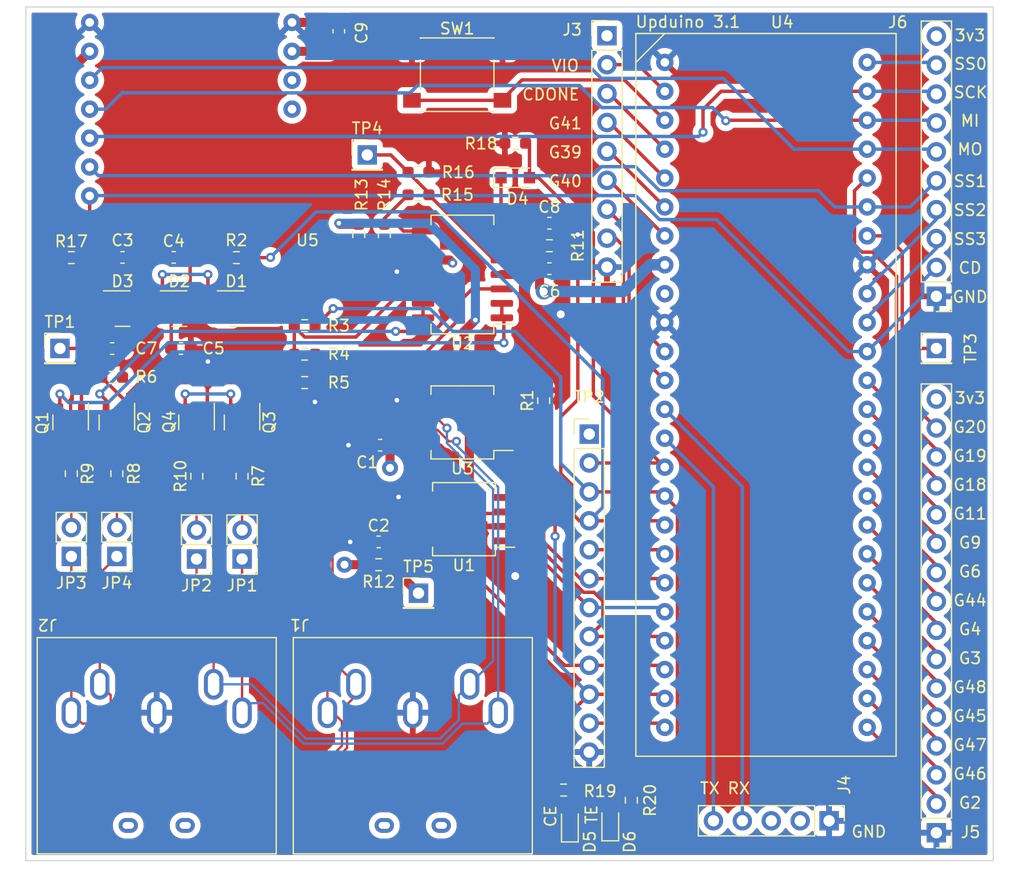
<source format=kicad_pcb>
(kicad_pcb (version 20211014) (generator pcbnew)
  (layers (0 "F.Cu" signal) (1 "In1.Cu" power "Pwr.Cu") (2 "In2.Cu" power "GND.Cu") (31 "B.Cu" signal) (34 "B.Paste" user) (35 "F.Paste" user) (36 "B.SilkS" user "B.Silkscreen") (37 "F.SilkS" user "F.Silkscreen") (38 "B.Mask" user) (39 "F.Mask" user) (44 "Edge.Cuts" user))
  (net 0 "")
  (net 1 "+3.3V")
  (net 2 "GND")
  (net 3 "/VDD_TX")
  (net 4 "Net-(C3-Pad1)")
  (net 5 "Net-(C3-Pad2)")
  (net 6 "Net-(C4-Pad2)")
  (net 7 "Net-(C5-Pad1)")
  (net 8 "+5V")
  (net 9 "/TERM_EN_9V")
  (net 10 "Net-(C8-Pad1)")
  (net 12 "/TERM_EN")
  (net 13 "/DATA+")
  (net 14 "/CLK-")
  (net 15 "/DATA-")
  (net 16 "/CLK+")
  (net 17 "Net-(J3-Pad2)")
  (net 18 "Net-(J3-Pad3)")
  (net 19 "Net-(J3-Pad4)")
  (net 20 "Net-(J3-Pad5)")
  (net 21 "Net-(J3-Pad6)")
  (net 22 "Net-(J3-Pad7)")
  (net 23 "Net-(J3-Pad8)")
  (net 26 "Net-(J4-Pad4)")
  (net 27 "Net-(J4-Pad5)")
  (net 28 "Net-(J5-Pad2)")
  (net 29 "Net-(J5-Pad3)")
  (net 30 "Net-(J5-Pad4)")
  (net 31 "Net-(J5-Pad5)")
  (net 32 "Net-(J5-Pad6)")
  (net 33 "Net-(J5-Pad7)")
  (net 34 "Net-(J5-Pad8)")
  (net 35 "Net-(J5-Pad9)")
  (net 36 "Net-(J5-Pad10)")
  (net 37 "Net-(J5-Pad11)")
  (net 38 "Net-(J5-Pad12)")
  (net 39 "Net-(J5-Pad13)")
  (net 40 "Net-(J5-Pad14)")
  (net 41 "/GPIO_20")
  (net 42 "/SD_CD")
  (net 43 "/SS3")
  (net 44 "/SS2")
  (net 45 "/SD_SS")
  (net 46 "/MOSI")
  (net 47 "/MISO")
  (net 48 "/SCK")
  (net 49 "/FLASH_SS")
  (net 50 "/TERM_CLK-")
  (net 51 "/TERM_CLK+")
  (net 52 "/TERM_DATA-")
  (net 53 "/TERM_DATA+")
  (net 54 "/TERM_LO")
  (net 55 "Net-(Q1-Pad3)")
  (net 56 "/TERM_HI")
  (net 57 "Net-(Q2-Pad3)")
  (net 58 "Net-(Q3-Pad2)")
  (net 59 "Net-(Q3-Pad3)")
  (net 60 "Net-(Q4-Pad3)")
  (net 61 "/ECONET_CLKEN")
  (net 62 "/COLLISION_REF_PWM")
  (net 63 "/V_1V8")
  (net 64 "/V_1V4")
  (net 65 "Net-(R13-Pad2)")
  (net 66 "/COL_LVL")
  (net 67 "/COLLISION_MON")
  (net 68 "Net-(SW1-Pad2)")
  (net 69 "/COLLISION_DETECT")
  (net 70 "Net-(TP2-Pad5)")
  (net 71 "/ECONET_CLKIO")
  (net 72 "/ECONET_RXD")
  (net 73 "/ECONET_TXD")
  (net 74 "/ECONET_TXEN")
  (net 75 "Net-(TP2-Pad11)")
  (net 76 "Net-(TP3-Pad1)")
  (net 79 "/COLLISION_DETECT_5V")
  (net 80 "Net-(D5-Pad2)")
  (net 81 "Net-(D6-Pad2)")
  (footprint "filestick-footprints:Lumberg_DIN41524_5pin" (layer "F.Cu") (at 139 126.405 180)
    (fp_text reference "J1")
    (fp_text value "DIN-5")
  )
  (footprint "Connector_PinHeader_2.54mm:PinHeader_1x12_P2.54mm_Vertical" (layer "F.Cu") (at 154.5 89.525)
    (fp_text reference "TP2")
    (fp_text value "Econet TP header")
  )
  (footprint "Resistor_SMD:R_0603_1608Metric_Pad0.98x0.95mm_HandSolder" (layer "F.Cu") (at 129.5 85)
    (fp_text reference "R5")
    (fp_text value "36k")
  )
  (footprint "Capacitor_SMD:C_0603_1608Metric_Pad1.08x0.95mm_HandSolder" (layer "F.Cu") (at 132.5 54.1375 90)
    (fp_text reference "C9")
    (fp_text value "100nF")
  )
  (footprint "Capacitor_SMD:C_0603_1608Metric_Pad1.08x0.95mm_HandSolder" (layer "F.Cu") (at 151 71)
    (fp_text reference "C8")
    (fp_text value "100nF")
  )
  (footprint "Diode_SMD:D_SOD-323_HandSoldering" (layer "F.Cu") (at 148 67)
    (fp_text reference "D4")
    (fp_text value "D_Zener 3.3v")
  )
  (footprint "Connector_PinHeader_2.54mm:PinHeader_1x01_P2.54mm_Vertical" (layer "F.Cu") (at 185 82)
    (fp_text reference "TP3")
    (fp_text value "Conn_01x01_Female")
  )
  (footprint "Connector_PinHeader_2.54mm:PinHeader_1x02_P2.54mm_Vertical" (layer "F.Cu") (at 124 100.5 180)
    (fp_text reference "JP1")
    (fp_text value "J Clk -")
  )
  (footprint "Capacitor_SMD:C_0603_1608Metric_Pad1.08x0.95mm_HandSolder" (layer "F.Cu") (at 151 74.99)
    (fp_text reference "C6")
    (fp_text value "100nF")
  )
  (footprint "Resistor_SMD:R_0603_1608Metric_Pad0.98x0.95mm_HandSolder" (layer "F.Cu") (at 150.5 86.5875 90)
    (fp_text reference "R1")
    (fp_text value "1k")
  )
  (footprint "Capacitor_SMD:C_0603_1608Metric_Pad1.08x0.95mm_HandSolder" (layer "F.Cu") (at 112.5875 82.01)
    (fp_text reference "C7")
    (fp_text value "100nF")
  )
  (footprint "Resistor_SMD:R_0603_1608Metric_Pad0.98x0.95mm_HandSolder" (layer "F.Cu") (at 136 101)
    (fp_text reference "R12")
    (fp_text value "1R0")
  )
  (footprint "Resistor_SMD:R_0603_1608Metric_Pad0.98x0.95mm_HandSolder" (layer "F.Cu") (at 136.5 72 90)
    (fp_text reference "R14")
    (fp_text value "36k")
  )
  (footprint "Capacitor_SMD:C_0603_1608Metric_Pad1.08x0.95mm_HandSolder" (layer "F.Cu") (at 136 99)
    (fp_text reference "C2")
    (fp_text value "100nF")
  )
  (footprint "Resistor_SMD:R_0603_1608Metric_Pad0.98x0.95mm_HandSolder" (layer "F.Cu") (at 152.25 120.8)
    (fp_text reference "R19")
    (fp_text value "560")
  )
  (footprint "Resistor_SMD:R_0603_1608Metric_Pad0.98x0.95mm_HandSolder" (layer "F.Cu") (at 109 93 -90)
    (fp_text reference "R9")
    (fp_text value "56")
  )
  (footprint "Resistor_SMD:R_0603_1608Metric_Pad0.98x0.95mm_HandSolder" (layer "F.Cu") (at 139.5 68.5)
    (fp_text reference "R15")
    (fp_text value "1k")
  )
  (footprint "Package_SO:SO-14_5.3x10.2mm_P1.27mm" (layer "F.Cu") (at 143.36 75.5 180)
    (fp_text reference "U2")
    (fp_text value "LMV324")
  )
  (footprint "filestick-footprints:Lumberg_DIN41524_5pin" (layer "F.Cu") (at 116.5 126.405 180)
    (fp_text reference "J2")
    (fp_text value "DIN-5")
  )
  (footprint "Package_TO_SOT_SMD:SOT-23" (layer "F.Cu") (at 123.5 78.5)
    (fp_text reference "D1")
    (fp_text value "BAT54S")
  )
  (footprint "Package_TO_SOT_SMD:SOT-23" (layer "F.Cu") (at 113 88.5 -90)
    (fp_text reference "Q2")
    (fp_text value "2N7002")
  )
  (footprint "Button_Switch_SMD:SW_Push_1P1T_NO_6x6mm_H9.5mm" (layer "F.Cu") (at 142.9 57.95)
    (fp_text reference "SW1")
    (fp_text value "SW_Push")
  )
  (footprint "filestick-footprints:pololu_sd_card" (layer "F.Cu") (at 120.516 52.0875)
    (fp_text reference "U5")
    (fp_text value "pololu_sd_breakout")
  )
  (footprint "Capacitor_SMD:C_0603_1608Metric_Pad1.08x0.95mm_HandSolder" (layer "F.Cu") (at 118.6375 82)
    (fp_text reference "C5")
    (fp_text value "100nF")
  )
  (footprint "Connector_PinHeader_2.54mm:PinHeader_1x09_P2.54mm_Vertical" (layer "F.Cu") (at 156.06 54.53)
    (fp_text reference "J3")
    (fp_text value "GPIO header 1")
  )
  (footprint "Connector_PinHeader_2.54mm:PinHeader_1x02_P2.54mm_Vertical" (layer "F.Cu") (at 109 100.275 180)
    (fp_text reference "JP3")
    (fp_text value "J Data -")
  )
  (footprint "Package_TO_SOT_SMD:SOT-23" (layer "F.Cu") (at 120 88.5 -90)
    (fp_text reference "Q4")
    (fp_text value "2N7002")
  )
  (footprint "Resistor_SMD:R_0603_1608Metric_Pad0.98x0.95mm_HandSolder" (layer "F.Cu") (at 148 63.9775 180)
    (fp_text reference "R18")
    (fp_text value "1k")
  )
  (footprint "Resistor_SMD:R_0603_1608Metric_Pad0.98x0.95mm_HandSolder" (layer "F.Cu") (at 113 93 -90)
    (fp_text reference "R8")
    (fp_text value "56")
  )
  (footprint "Resistor_SMD:R_0603_1608Metric_Pad0.98x0.95mm_HandSolder" (layer "F.Cu") (at 158.2 121.7 -90)
    (fp_text reference "R20")
    (fp_text value "560")
  )
  (footprint "Capacitor_SMD:C_0603_1608Metric_Pad1.08x0.95mm_HandSolder" (layer "F.Cu") (at 118 74)
    (fp_text reference "C4")
    (fp_text value "100nF")
  )
  (footprint "Connector_PinHeader_2.54mm:PinHeader_1x16_P2.54mm_Vertical" (layer "F.Cu") (at 185 124.55 180)
    (fp_text reference "J5")
    (fp_text value "GPIO header 2")
  )
  (footprint "Resistor_SMD:R_0603_1608Metric_Pad0.98x0.95mm_HandSolder" (layer "F.Cu") (at 120.0225 93.225 90)
    (fp_text reference "R10")
    (fp_text value "56")
  )
  (footprint "Connector_PinHeader_2.54mm:PinHeader_1x02_P2.54mm_Vertical" (layer "F.Cu") (at 113 100.275 180)
    (fp_text reference "JP4")
    (fp_text value "J Data +")
  )
  (footprint "filestick-footprints:DIP48_0.7in" (layer "F.Cu") (at 171.3 54.33)
    (fp_text reference "U4")
    (fp_text value "Upduino 3.1")
  )
  (footprint "Package_TO_SOT_SMD:SOT-23" (layer "F.Cu") (at 108.9375 88.5 -90)
    (fp_text reference "Q1")
    (fp_text value "2N7002")
  )
  (footprint "Resistor_SMD:R_0603_1608Metric_Pad0.98x0.95mm_HandSolder" (layer "F.Cu") (at 124 93.225 -90)
    (fp_text reference "R7")
    (fp_text value "56")
  )
  (footprint "Connector_PinHeader_2.54mm:PinHeader_1x02_P2.54mm_Vertical" (layer "F.Cu") (at 120 100.5 180)
    (fp_text reference "JP2")
    (fp_text value "J Clk +")
  )
  (footprint "Connector_PinHeader_2.54mm:PinHeader_1x10_P2.54mm_Vertical" (layer "F.Cu") (at 185 77.425 180)
    (fp_text reference "J6")
    (fp_text value "SPI header")
  )
  (footprint "Connector_PinHeader_2.54mm:PinHeader_1x01_P2.54mm_Vertical" (layer "F.Cu") (at 135 65)
    (fp_text reference "TP4")
    (fp_text value "Collision Mon TP")
  )
  (footprint "Package_SO:SO-8_5.3x6.2mm_P1.27mm" (layer "F.Cu") (at 143.5 97 180)
    (fp_text reference "U1")
    (fp_text value "SN65HVD75")
  )
  (footprint "Connector_PinHeader_2.54mm:PinHeader_1x01_P2.54mm_Vertical" (layer "F.Cu") (at 139.5 103.5)
    (fp_text reference "TP5")
    (fp_text value "VDD TX TP")
  )
  (footprint "LED_SMD:LED_0603_1608Metric_Pad1.05x0.95mm_HandSolder" (layer "F.Cu") (at 152.8 123.7 90)
    (fp_text reference "D5")
    (fp_text value "LED")
  )
  (footprint "Resistor_SMD:R_0603_1608Metric_Pad0.98x0.95mm_HandSolder" (layer "F.Cu") (at 109 74.0225)
    (fp_text reference "R17")
    (fp_text value "1k")
  )
  (footprint "Package_SO:SO-8_5.3x6.2mm_P1.27mm" (layer "F.Cu") (at 143.36 88.5 180)
    (fp_text reference "U3")
    (fp_text value "SN65HVD75")
  )
  (footprint "Resistor_SMD:R_0603_1608Metric_Pad0.98x0.95mm_HandSolder" (layer "F.Cu") (at 139.5 66.5225)
    (fp_text reference "R16")
    (fp_text value "1k")
  )
  (footprint "Resistor_SMD:R_0603_1608Metric_Pad0.98x0.95mm_HandSolder" (layer "F.Cu") (at 129.5 82.5)
    (fp_text reference "R4")
    (fp_text value "10k")
  )
  (footprint "Resistor_SMD:R_0603_1608Metric_Pad0.98x0.95mm_HandSolder" (layer "F.Cu") (at 129.5 80 180)
    (fp_text reference "R3")
    (fp_text value "36k")
  )
  (footprint "Resistor_SMD:R_0603_1608Metric_Pad0.98x0.95mm_HandSolder" (layer "F.Cu") (at 134.2525 72 -90)
    (fp_text reference "R13")
    (fp_text value "1k")
  )
  (footprint "Package_TO_SOT_SMD:SOT-23" (layer "F.Cu") (at 124 88.5 -90)
    (fp_text reference "Q3")
    (fp_text value "2N7002")
  )
  (footprint "Capacitor_SMD:C_0603_1608Metric_Pad1.08x0.95mm_HandSolder" (layer "F.Cu") (at 113.5 74 180)
    (fp_text reference "C3")
    (fp_text value "100nF")
  )
  (footprint "Resistor_SMD:R_0603_1608Metric_Pad0.98x0.95mm_HandSolder" (layer "F.Cu") (at 151 72.9775 180)
    (fp_text reference "R11")
    (fp_text value "1k")
  )
  (footprint "LED_SMD:LED_0603_1608Metric_Pad1.05x0.95mm_HandSolder" (layer "F.Cu") (at 156.35 123.6 90)
    (fp_text reference "D6")
    (fp_text value "LED")
  )
  (footprint "Connector_PinHeader_2.54mm:PinHeader_1x05_P2.54mm_Vertical" (layer "F.Cu") (at 175.575 123.5 -90)
    (fp_text reference "J4")
    (fp_text value "UART header")
  )
  (footprint "Capacitor_SMD:C_0603_1608Metric_Pad1.08x0.95mm_HandSolder" (layer "F.Cu") (at 136.1375 90.5 180)
    (fp_text reference "C1")
    (fp_text value "100nF")
  )
  (footprint "Package_TO_SOT_SMD:SOT-23" (layer "F.Cu") (at 113.5 78.5)
    (fp_text reference "D3")
    (fp_text value "BAT54S")
  )
  (footprint "Resistor_SMD:R_0603_1608Metric_Pad0.98x0.95mm_HandSolder" (layer "F.Cu") (at 112.5875 84.545)
    (fp_text reference "R6")
    (fp_text value "470k")
  )
  (footprint "Resistor_SMD:R_0603_1608Metric_Pad0.98x0.95mm_HandSolder" (layer "F.Cu") (at 123.5 74.0225 180)
    (fp_text reference "R2")
    (fp_text value "5k1")
  )
  (footprint "Package_TO_SOT_SMD:SOT-23" (layer "F.Cu") (at 118.5 78.5)
    (fp_text reference "D2")
    (fp_text value "BAT54S")
  )
  (footprint "Connector_PinHeader_2.54mm:PinHeader_1x01_P2.54mm_Vertical" (layer "F.Cu") (at 108 82)
    (fp_text reference "TP1")
    (fp_text value "Term En V TP")
  )
  (gr_rect (start 190 127) (end 105 52) (layer "Edge.Cuts") (width 0.1) (fill none))
  (gr_text "CDONE" (at 151.13 59.69) (layer "F.SilkS") (effects (font (size 1 1))))
  (gr_text "RX" (at 167.64 120.65) (layer "F.SilkS") (effects (font (size 1 1))))
  (gr_text "CD" (at 187.96 74.93) (layer "F.SilkS") (effects (font (size 1 1))))
  (gr_text "G20" (at 187.96 88.9) (layer "F.SilkS") (effects (font (size 1 1))))
  (gr_text "SCK" (at 188 59.5) (layer "F.SilkS") (effects (font (size 1 1))))
  (gr_text "G39" (at 152.4 64.77) (layer "F.SilkS") (effects (font (size 1 1))))
  (gr_text "G9" (at 187.96 99.06) (layer "F.SilkS") (effects (font (size 1 1))))
  (gr_text "GND" (at 187.96 77.47) (layer "F.SilkS") (effects (font (size 1 1))))
  (gr_text "G19" (at 187.96 91.44) (layer "F.SilkS") (effects (font (size 1 1))))
  (gr_text "CE" (at 151.1 123.1 90) (layer "F.SilkS") (effects (font (size 1 1))))
  (gr_text "GND" (at 179.07 124.46) (layer "F.SilkS") (effects (font (size 1 1))))
  (gr_text "G4" (at 187.96 106.68) (layer "F.SilkS") (effects (font (size 1 1))))
  (gr_text "G11" (at 187.96 96.52) (layer "F.SilkS") (effects (font (size 1 1))))
  (gr_text "MO" (at 187.96 64.5) (layer "F.SilkS") (effects (font (size 1 1))))
  (gr_text "SS1" (at 187.96 67.31) (layer "F.SilkS") (effects (font (size 1 1))))
  (gr_text "G44" (at 187.96 104.14) (layer "F.SilkS") (effects (font (size 1 1))))
  (gr_text "G3" (at 187.96 109.22) (layer "F.SilkS") (effects (font (size 1 1))))
  (gr_text "G48" (at 187.96 111.76) (layer "F.SilkS") (effects (font (size 1 1))))
  (gr_text "SS3" (at 187.96 72.39) (layer "F.SilkS") (effects (font (size 1 1))))
  (gr_text "G45" (at 187.96 114.3) (layer "F.SilkS") (effects (font (size 1 1))))
  (gr_text "TX" (at 165.1 120.65) (layer "F.SilkS") (effects (font (size 1 1))))
  (gr_text "TE" (at 154.7 122.95 90) (layer "F.SilkS") (effects (font (size 1 1))))
  (gr_text "VIO" (at 152.4 57.15) (layer "F.SilkS") (effects (font (size 1 1))))
  (gr_text "G47" (at 187.96 116.84) (layer "F.SilkS") (effects (font (size 1 1))))
  (gr_text "G40" (at 152.4 67.31) (layer "F.SilkS") (effects (font (size 1 1))))
  (gr_text "SS0" (at 188 57) (layer "F.SilkS") (effects (font (size 1 1))))
  (gr_text "G6" (at 187.96 101.6) (layer "F.SilkS") (effects (font (size 1 1))))
  (gr_text "3v3" (at 187.96 86.36) (layer "F.SilkS") (effects (font (size 1 1))))
  (gr_text "G2" (at 187.96 121.92) (layer "F.SilkS") (effects (font (size 1 1))))
  (gr_text "G46" (at 187.96 119.38) (layer "F.SilkS") (effects (font (size 1 1))))
  (gr_text "G41" (at 152.4 62.23) (layer "F.SilkS") (effects (font (size 1 1))))
  (gr_text "G18" (at 187.96 93.98) (layer "F.SilkS") (effects (font (size 1 1))))
  (gr_text "SS2" (at 187.96 69.85) (layer "F.SilkS") (effects (font (size 1 1))))
  (gr_text "MI" (at 187.96 62) (layer "F.SilkS") (effects (font (size 1 1))))
  (gr_text "3v3" (at 187.96 54.5) (layer "F.SilkS") (effects (font (size 1 1))))
  (segment (start 137.095 90.405) (end 137 90.5) (width 0.8) (layer "F.Cu") (net 1))
  (segment (start 128.39 55.8975) (end 131.6025 55.8975) (width 0.8) (layer "F.Cu") (net 1))
  (segment (start 137 90.5) (end 137 92.5) (width 0.8) (layer "F.Cu") (net 1))
  (segment (start 139.8975 74.23) (end 142.23 74.23) (width 0.8) (layer "F.Cu") (net 1))
  (segment (start 139.86 90.405) (end 137.095 90.405) (width 0.8) (layer "F.Cu") (net 1))
  (segment (start 131.6025 55.8975) (end 132.5 55) (width 0.8) (layer "F.Cu") (net 1))
  (segment (start 133 101) (end 135.0875 101) (width 0.8) (layer "F.Cu") (net 1))
  (segment (start 142.23 74.23) (end 142.5 74.5) (width 0.8) (layer "F.Cu") (net 1))
  (segment (start 108.0875 58.42) (end 110.61 55.8975) (width 0.8) (layer "F.Cu") (net 1))
  (segment (start 108.0875 74.0225) (end 108.0875 58.42) (width 0.8) (layer "F.Cu") (net 1))
  (via (at 142.5 74.5) (size 0.8) (drill 0.4) (layers "F.Cu" "B.Cu") (net 1))
  (via (at 133 101) (size 1.4) (drill 0.7) (layers "F.Cu" "B.Cu") (net 1))
  (via (at 137 92.5) (size 1.4) (drill 0.7) (layers "F.Cu" "B.Cu") (net 1))
  (segment (start 128.39 53.3575) (end 132.4175 53.3575) (width 0.8) (layer "F.Cu") (net 2))
  (segment (start 132.4175 53.3575) (end 132.5 53.275) (width 0.8) (layer "F.Cu") (net 2))
  (via (at 133.35 90.5) (size 0.8) (drill 0.4) (layers "F.Cu" "B.Cu") (net 2))
  (via (at 137.6 75.25) (size 0.8) (drill 0.4) (layers "F.Cu" "B.Cu") (net 2))
  (via (at 148 102) (size 1.4) (drill 0.7) (layers "F.Cu" "B.Cu") (net 2))
  (via (at 137.75 95.05) (size 0.8) (drill 0.4) (layers "F.Cu" "B.Cu") (net 2))
  (via (at 152 79) (size 1.4) (drill 0.7) (layers "F.Cu" "B.Cu") (net 2))
  (via (at 137.6 86.55) (size 0.8) (drill 0.4) (layers "F.Cu" "B.Cu") (net 2))
  (via (at 133.5 99) (size 0.8) (drill 0.4) (layers "F.Cu" "B.Cu") (net 2))
  (via (at 130.4 86.7) (size 0.8) (drill 0.4) (layers "F.Cu" "B.Cu") (net 2))
  (via (at 121 83.15) (size 0.8) (drill 0.4) (layers "F.Cu" "B.Cu") (net 2))
  (via (at 153.5 72) (size 0.8) (drill 0.4) (layers "F.Cu" "B.Cu") (net 2))
  (segment (start 143.96967 89.53033) (end 143.5 89.06066) (width 0.8) (layer "F.Cu") (net 3))
  (segment (start 136.9125 101) (end 136.9125 99.05) (width 0.8) (layer "F.Cu") (net 3))
  (segment (start 136.9125 99.05) (end 136.8625 99) (width 0.8) (layer "F.Cu") (net 3))
  (segment (start 136.9575 98.905) (end 136.8625 99) (width 0.8) (layer "F.Cu") (net 3))
  (segment (start 140 98.905) (end 136.9575 98.905) (width 0.8) (layer "F.Cu") (net 3))
  (segment (start 143.5 80.5) (end 144.5 79.5) (width 0.8) (layer "F.Cu") (net 3))
  (segment (start 140 98.905) (end 140.74066 98.905) (width 0.8) (layer "F.Cu") (net 3))
  (segment (start 136.9125 101) (end 137 101) (width 0.8) (layer "F.Cu") (net 3))
  (segment (start 143.96967 95.67599) (end 143.96967 89.53033) (width 0.8) (layer "F.Cu") (net 3))
  (segment (start 137 101) (end 139.5 103.5) (width 0.8) (layer "F.Cu") (net 3))
  (segment (start 140.74066 98.905) (end 143.96967 95.67599) (width 0.8) (layer "F.Cu") (net 3))
  (segment (start 132.5875 71.0875) (end 132.5 71) (width 0.8) (layer "F.Cu") (net 3))
  (segment (start 134.2525 71.0875) (end 132.5875 71.0875) (width 0.8) (layer "F.Cu") (net 3))
  (segment (start 143.5 89.06066) (end 143.5 80.5) (width 0.8) (layer "F.Cu") (net 3))
  (via (at 144.5 79.5) (size 0.8) (drill 0.4) (layers "F.Cu" "B.Cu") (net 3))
  (via (at 132.5 71) (size 0.8) (drill 0.4) (layers "F.Cu" "B.Cu") (net 3))
  (segment (start 144.5 75.085786) (end 140.414214 71) (width 0.8) (layer "B.Cu") (net 3))
  (segment (start 144.5 79.5) (end 144.5 75.085786) (width 0.8) (layer "B.Cu") (net 3))
  (segment (start 140.414214 71) (end 132.5 71) (width 0.8) (layer "B.Cu") (net 3))
  (segment (start 114.3625 74) (end 117.1375 74) (width 0.3) (layer "F.Cu") (net 4))
  (segment (start 124.4375 78.5) (end 124.4375 75.8725) (width 0.3) (layer "F.Cu") (net 4))
  (segment (start 122.5875 74.0225) (end 122.5875 73.5875) (width 0.3) (layer "F.Cu") (net 4))
  (segment (start 121.5 72.5) (end 118.6375 72.5) (width 0.3) (layer "F.Cu") (net 4))
  (segment (start 124.4375 75.8725) (end 122.5875 74.0225) (width 0.3) (layer "F.Cu") (net 4))
  (segment (start 122.5875 73.5875) (end 121.5 72.5) (width 0.3) (layer "F.Cu") (net 4))
  (segment (start 118.6375 72.5) (end 117.1375 74) (width 0.3) (layer "F.Cu") (net 4))
  (segment (start 114.4375 78.5) (end 111.5 78.5) (width 0.3) (layer "F.Cu") (net 5))
  (segment (start 110.5 77.5) (end 110.5 76.1375) (width 0.3) (layer "F.Cu") (net 5))
  (segment (start 111.5 78.5) (end 110.5 77.5) (width 0.3) (layer "F.Cu") (net 5))
  (segment (start 110.5 76.1375) (end 112.6375 74) (width 0.3) (layer "F.Cu") (net 5))
  (segment (start 119.4375 78.5) (end 119.4375 74.575) (width 0.3) (layer "F.Cu") (net 6))
  (segment (start 119.4375 74.575) (end 118.8625 74) (width 0.3) (layer "F.Cu") (net 6))
  (segment (start 112.5625 77.55) (end 115.6625 77.55) (width 0.3) (layer "F.Cu") (net 7))
  (segment (start 117.775 79.6625) (end 117.5625 79.45) (width 0.3) (layer "F.Cu") (net 7))
  (segment (start 117.775 82) (end 117.775 79.6625) (width 0.3) (layer "F.Cu") (net 7))
  (segment (start 115.6625 77.55) (end 117.5625 79.45) (width 0.3) (layer "F.Cu") (net 7))
  (segment (start 149.6275 75.5) (end 150.1375 74.99) (width 0.8) (layer "F.Cu") (net 8))
  (segment (start 146.8225 75.5) (end 149.6275 75.5) (width 0.8) (layer "F.Cu") (net 8))
  (segment (start 150.1375 74.99) (end 150.1375 76.6375) (width 0.8) (layer "F.Cu") (net 8))
  (segment (start 150.1375 76.6375) (end 150.5 77) (width 0.8) (layer "F.Cu") (net 8))
  (via (at 150.5 77) (size 1.4) (drill 0.7) (layers "F.Cu" "B.Cu") (net 8))
  (segment (start 161.14 74.65) (end 159.85 74.65) (width 1) (layer "B.Cu") (net 8))
  (segment (start 159.85 74.65) (end 157.5 77) (width 1) (layer "B.Cu") (net 8))
  (segment (start 157.5 77) (end 150.5 77) (width 1) (layer "B.Cu") (net 8))
  (segment (start 115 85) (end 113.95 86.05) (width 0.3) (layer "F.Cu") (net 9))
  (segment (start 113.95 86.82) (end 111.675 84.545) (width 0.3) (layer "F.Cu") (net 9))
  (segment (start 113.95 87.5625) (end 113.95 86.82) (width 0.3) (layer "F.Cu") (net 9))
  (segment (start 120.95 85.45) (end 120.5 85) (width 0.3) (layer "F.Cu") (net 9))
  (segment (start 125 87.5125) (end 124.95 87.5625) (width 0.3) (layer "F.Cu") (net 9))
  (segment (start 120.95 85.55) (end 121.5 85) (width 0.3) (layer "F.Cu") (net 9))
  (segment (start 111.63 84.5) (end 111.675 84.545) (width 0.3) (layer "F.Cu") (net 9))
  (segment (start 124.5 85) (end 125 85.5) (width 0.3) (layer "F.Cu") (net 9))
  (segment (start 120.95 87.5625) (end 120.95 85.45) (width 0.3) (layer "F.Cu") (net 9))
  (segment (start 111.715 82) (end 111.725 82.01) (width 0.3) (layer "F.Cu") (net 9))
  (segment (start 109.8875 87.5625) (end 109.8875 85.1125) (width 0.3) (layer "F.Cu") (net 9))
  (segment (start 120.5 85) (end 115 85) (width 0.3) (layer "F.Cu") (net 9))
  (segment (start 113.95 86.05) (end 113.95 87.5625) (width 0.3) (layer "F.Cu") (net 9))
  (segment (start 110.5 84.5) (end 111.63 84.5) (width 0.3) (layer "F.Cu") (net 9))
  (segment (start 125 85.5) (end 125 87.5125) (width 0.3) (layer "F.Cu") (net 9))
  (segment (start 120.95 87.5625) (end 120.95 85.55) (width 0.3) (layer "F.Cu") (net 9))
  (segment (start 121.5 85) (end 124.5 85) (width 0.3) (layer "F.Cu") (net 9))
  (segment (start 111.725 84.495) (end 111.675 84.545) (width 0.3) (layer "F.Cu") (net 9))
  (segment (start 109.8875 85.1125) (end 110.5 84.5) (width 0.3) (layer "F.Cu") (net 9))
  (segment (start 108 82) (end 111.715 82) (width 0.3) (layer "F.Cu") (net 9))
  (segment (start 111.725 82.01) (end 111.725 84.495) (width 0.3) (layer "F.Cu") (net 9))
  (segment (start 111.725 80.2875) (end 112.5625 79.45) (width 0.3) (layer "F.Cu") (net 9))
  (segment (start 111.725 82.01) (end 111.725 80.2875) (width 0.3) (layer "F.Cu") (net 9))
  (segment (start 150.1375 72.9275) (end 150.0875 72.9775) (width 0.3) (layer "F.Cu") (net 10))
  (segment (start 150.07 72.96) (end 150.0875 72.9775) (width 0.3) (layer "F.Cu") (net 10))
  (segment (start 150.1375 71) (end 150.1375 72.9275) (width 0.3) (layer "F.Cu") (net 10))
  (segment (start 146.8225 72.96) (end 150.07 72.96) (width 0.3) (layer "F.Cu") (net 10))
  (segment (start 127.5 79) (end 129.4125 79) (width 0.3) (layer "F.Cu") (net 12))
  (segment (start 117 75.5) (end 117 76.9875) (width 0.3) (layer "F.Cu") (net 12))
  (segment (start 117 76.9875) (end 117.5625 77.55) (width 0.3) (layer "F.Cu") (net 12))
  (segment (start 158.2 120.7875) (end 162.252 116.7355) (width 0.3) (layer "F.Cu") (net 12))
  (segment (start 130.5 80) (end 132 78.5) (width 0.3) (layer "F.Cu") (net 12))
  (segment (start 130.4125 80) (end 130.5 80) (width 0.3) (layer "F.Cu") (net 12))
  (segment (start 121.5 79.5) (end 122.5125 79.5) (width 0.3) (layer "F.Cu") (net 12))
  (segment (start 122.5625 79.45) (end 127.05 79.45) (width 0.3) (layer "F.Cu") (net 12))
  (segment (start 122.5125 79.5) (end 122.5625 79.45) (width 0.3) (layer "F.Cu") (net 12))
  (segment (start 121 75.5) (end 121 79) (width 0.3) (layer "F.Cu") (net 12))
  (segment (start 162.252 116.7355) (end 162.252 96.082) (width 0.3) (layer "F.Cu") (net 12))
  (segment (start 162.252 96.082) (end 161.14 94.97) (width 0.3) (layer "F.Cu") (net 12))
  (segment (start 127.05 79.45) (end 127.5 79) (width 0.3) (layer "F.Cu") (net 12))
  (segment (start 121 79) (end 121.5 79.5) (width 0.3) (layer "F.Cu") (net 12))
  (segment (start 154.5 94.605) (end 160.775 94.605) (width 0.3) (layer "F.Cu") (net 12))
  (segment (start 129.4125 79) (end 130.4125 80) (width 0.3) (layer "F.Cu") (net 12))
  (segment (start 160.775 94.605) (end 161.14 94.97) (width 0.3) (layer "F.Cu") (net 12))
  (via (at 132 78.5) (size 0.8) (drill 0.4) (layers "F.Cu" "B.Cu") (net 12))
  (via (at 117 75.5) (size 0.8) (drill 0.4) (layers "F.Cu" "B.Cu") (net 12))
  (via (at 121 75.5) (size 0.8) (drill 0.4) (layers "F.Cu" "B.Cu") (net 12))
  (segment (start 142.5 80.5) (end 148 80.5) (width 0.3) (layer "B.Cu") (net 12))
  (segment (start 140.5 78.5) (end 142.5 80.5) (width 0.3) (layer "B.Cu") (net 12))
  (segment (start 152 84.5) (end 152 92.105) (width 0.3) (layer "B.Cu") (net 12))
  (segment (start 152 92.105) (end 154.5 94.605) (width 0.3) (layer "B.Cu") (net 12))
  (segment (start 148 80.5) (end 152 84.5) (width 0.3) (layer "B.Cu") (net 12))
  (segment (start 117 75.5) (end 121 75.5) (width 0.3) (layer "B.Cu") (net 12))
  (segment (start 132 78.5) (end 140.5 78.5) (width 0.3) (layer "B.Cu") (net 12))
  (segment (start 116.088198 118.275) (end 131.4068 118.275) (width 0.2) (layer "F.Cu") (net 13))
  (segment (start 111.5 111.505) (end 111.5 101.775) (width 0.2) (layer "F.Cu") (net 13))
  (segment (start 138.330011 96.669989) (end 138.635 96.365) (width 0.2) (layer "F.Cu") (net 13))
  (segment (start 112.454595 112.459595) (end 112.454595 114.641397) (width 0.2) (layer "F.Cu") (net 13))
  (segment (start 132.775 114.775) (end 132.005 114.005) (width 0.2) (layer "F.Cu") (net 13))
  (segment (start 134.011811 96.669989) (end 138.330011 96.669989) (width 0.2) (layer "F.Cu") (net 13))
  (segment (start 132.005 114.005) (end 131.5 114.005) (width 0.2) (layer "F.Cu") (net 13))
  (segment (start 131.5 114.005) (end 131.5 99.1818) (width 0.2) (layer "F.Cu") (net 13))
  (segment (start 132.775 116.9068) (end 132.775 114.775) (width 0.2) (layer "F.Cu") (net 13))
  (segment (start 111.5 111.505) (end 112.454595 112.459595) (width 0.2) (layer "F.Cu") (net 13))
  (segment (start 111.5 101.775) (end 113 100.275) (width 0.2) (layer "F.Cu") (net 13))
  (segment (start 112.454595 114.641397) (end 116.088198 118.275) (width 0.2) (layer "F.Cu") (net 13))
  (segment (start 131.5 99.1818) (end 134.011811 96.669989) (width 0.2) (layer "F.Cu") (net 13))
  (segment (start 131.4068 118.275) (end 132.775 116.9068) (width 0.2) (layer "F.Cu") (net 13))
  (segment (start 138.635 96.365) (end 140 96.365) (width 0.2) (layer "F.Cu") (net 13))
  (segment (start 142.174528 90.164478) (end 141.14505 89.135) (width 0.2) (layer "F.Cu") (net 14))
  (segment (start 124 114.005) (end 124 100.5) (width 0.2) (layer "F.Cu") (net 14))
  (segment (start 142.835522 90.164478) (end 142.174528 90.164478) (width 0.2) (layer "F.Cu") (net 14))
  (segment (start 141.14505 89.135) (end 139.86 89.135) (width 0.2) (layer "F.Cu") (net 14))
  (via (at 142.835522 90.164478) (size 0.8) (drill 0.4) (layers "F.Cu" "B.Cu") (net 14))
  (segment (start 146.5 94.1818) (end 142.6591 90.3409) (width 0.2) (layer "B.Cu") (net 14))
  (segment (start 145.545405 114.959595) (end 143.363603 114.959595) (width 0.2) (layer "B.Cu") (net 14))
  (segment (start 141.598198 116.725) (end 129.4068 116.725) (width 0.2) (layer "B.Cu") (net 14))
  (segment (start 124.8459 113.1591) (end 124 114.005) (width 0.2) (layer "B.Cu") (net 14))
  (segment (start 143.363603 114.959595) (end 141.598198 116.725) (width 0.2) (layer "B.Cu") (net 14))
  (segment (start 146.5 114.005) (end 145.545405 114.959595) (width 0.2) (layer "B.Cu") (net 14))
  (segment (start 125.8409 113.1591) (end 124.8459 113.1591) (width 0.2) (layer "B.Cu") (net 14))
  (segment (start 129.4068 116.725) (end 125.8409 113.1591) (width 0.2) (layer "B.Cu") (net 14))
  (segment (start 146.5 114.005) (end 146.5 94.1818) (width 0.2) (layer "B.Cu") (net 14))
  (segment (start 109 114.005) (end 109.954595 114.959595) (width 0.2) (layer "F.Cu") (net 15))
  (segment (start 133.225 113.275) (end 134 112.5) (width 0.2) (layer "F.Cu") (net 15))
  (segment (start 138.635 97.635) (end 140 97.635) (width 0.2) (layer "F.Cu") (net 15))
  (segment (start 112.136397 114.959595) (end 115.901802 118.725) (width 0.2) (layer "F.Cu") (net 15))
  (segment (start 138.119989 97.119989) (end 138.635 97.635) (width 0.2) (layer "F.Cu") (net 15))
  (segment (start 134 111.505) (end 131.950001 109.455001) (width 0.2) (layer "F.Cu") (net 15))
  (segment (start 134.198211 97.119989) (end 138.119989 97.119989) (width 0.2) (layer "F.Cu") (net 15))
  (segment (start 131.950001 109.455001) (end 131.950001 99.368199) (width 0.2) (layer "F.Cu") (net 15))
  (segment (start 115.901802 118.725) (end 131.5932 118.725) (width 0.2) (layer "F.Cu") (net 15))
  (segment (start 131.5932 118.725) (end 133.225 117.0932) (width 0.2) (layer "F.Cu") (net 15))
  (segment (start 133.225 117.0932) (end 133.225 113.275) (width 0.2) (layer "F.Cu") (net 15))
  (segment (start 134 112.5) (end 134 111.505) (width 0.2) (layer "F.Cu") (net 15))
  (segment (start 109 114.005) (end 109 100.275) (width 0.2) (layer "F.Cu") (net 15))
  (segment (start 131.950001 99.368199) (end 134.198211 97.119989) (width 0.2) (layer "F.Cu") (net 15))
  (segment (start 109.954595 114.959595) (end 112.136397 114.959595) (width 0.2) (layer "F.Cu") (net 15))
  (segment (start 140.865 87.865) (end 139.86 87.865) (width 0.2) (layer "F.Cu") (net 16))
  (segment (start 142 89) (end 140.865 87.865) (width 0.2) (layer "F.Cu") (net 16))
  (segment (start 121.5 111.505) (end 121.5 106) (width 0.2) (layer "F.Cu") (net 16))
  (segment (start 120 104.5) (end 120 100.5) (width 0.2) (layer "F.Cu") (net 16))
  (segment (start 121.5 106) (end 120 104.5) (width 0.2) (layer "F.Cu") (net 16))
  (via (at 142 89) (size 0.8) (drill 0.4) (layers "F.Cu" "B.Cu") (net 16))
  (segment (start 129.5932 116.275) (end 124.8232 111.505) (width 0.2) (layer "B.Cu") (net 16))
  (segment (start 144 111.505) (end 146.049999 109.455001) (width 0.2) (layer "B.Cu") (net 16))
  (segment (start 142 90.3182) (end 142 89) (width 0.2) (layer "B.Cu") (net 16))
  (segment (start 124.8232 111.505) (end 121.5 111.505) (width 0.2) (layer "B.Cu") (net 16))
  (segment (start 143.045405 112.459595) (end 143.045405 114.641397) (width 0.2) (layer "B.Cu") (net 16))
  (segment (start 144 111.505) (end 143.045405 112.459595) (width 0.2) (layer "B.Cu") (net 16))
  (segment (start 141.411802 116.275) (end 129.5932 116.275) (width 0.2) (layer "B.Cu") (net 16))
  (segment (start 146.049999 109.455001) (end 146.049999 94.368199) (width 0.2) (layer "B.Cu") (net 16))
  (segment (start 146.049999 94.368199) (end 142 90.3182) (width 0.2) (layer "B.Cu") (net 16))
  (segment (start 143.045405 114.641397) (end 141.411802 116.275) (width 0.2) (layer "B.Cu") (net 16))
  (segment (start 158 57) (end 157.93 57.07) (width 0.3) (layer "F.Cu") (net 17))
  (segment (start 157.93 57.07) (end 156.06 57.07) (width 0.3) (layer "F.Cu") (net 17))
  (segment (start 158.73 57) (end 158 57) (width 0.3) (layer "F.Cu") (net 17))
  (segment (start 161.14 59.41) (end 158.73 57) (width 0.3) (layer "F.Cu") (net 17))
  (segment (start 161.14 64.49) (end 156.26 59.61) (width 0.3) (layer "F.Cu") (net 18))
  (segment (start 156.26 59.61) (end 156.06 59.61) (width 0.3) (layer "F.Cu") (net 18))
  (segment (start 161.14 67.03) (end 156.26 62.15) (width 0.3) (layer "F.Cu") (net 19))
  (segment (start 156.26 62.15) (end 156.06 62.15) (width 0.3) (layer "F.Cu") (net 19))
  (segment (start 156.26 64.69) (end 156.06 64.69) (width 0.3) (layer "F.Cu") (net 20))
  (segment (start 161.14 69.57) (end 156.26 64.69) (width 0.3) (layer "F.Cu") (net 20))
  (segment (start 161.14 72.11) (end 156.26 67.23) (width 0.3) (layer "F.Cu") (net 21))
  (segment (start 156.26 67.23) (end 156.06 67.23) (width 0.3) (layer "F.Cu") (net 21))
  (segment (start 161.14 82.27) (end 158 79.13) (width 0.3) (layer "F.Cu") (net 22))
  (segment (start 158 79.13) (end 158 71.71) (width 0.3) (layer "F.Cu") (net 22))
  (segment (start 158 71.71) (end 156.06 69.77) (width 0.3) (layer "F.Cu") (net 22))
  (segment (start 161.14 84.81) (end 157.5 81.17) (width 0.3) (layer "F.Cu") (net 23))
  (segment (start 157.5 81.17) (end 157.5 73) (width 0.3) (layer "F.Cu") (net 23))
  (segment (start 156.81 72.31) (end 156.06 72.31) (width 0.3) (layer "F.Cu") (net 23))
  (segment (start 157.5 73) (end 156.81 72.31) (width 0.3) (layer "F.Cu") (net 23))
  (segment (start 167.955 123.5) (end 167.955 94.165) (width 0.3) (layer "B.Cu") (net 26))
  (segment (start 167.955 94.165) (end 161.14 87.35) (width 0.3) (layer "B.Cu") (net 26))
  (segment (start 165.415 123.5) (end 165.415 94.165) (width 0.3) (layer "B.Cu") (net 27))
  (segment (start 165.415 94.165) (end 161.14 89.89) (width 0.3) (layer "B.Cu") (net 27))
  (segment (start 178.92 115.29) (end 185 121.37) (width 0.3) (layer "F.Cu") (net 28))
  (segment (start 185 121.37) (end 185 122.01) (width 0.3) (layer "F.Cu") (net 28))
  (segment (start 178.92 112.75) (end 185 118.83) (width 0.3) (layer "F.Cu") (net 29))
  (segment (start 185 118.83) (end 185 119.47) (width 0.3) (layer "F.Cu") (net 29))
  (segment (start 178.92 110.21) (end 185 116.29) (width 0.3) (layer "F.Cu") (net 30))
  (segment (start 185 116.29) (end 185 116.93) (width 0.3) (layer "F.Cu") (net 30))
  (segment (start 185 113.75) (end 185 114.39) (width 0.3) (layer "F.Cu") (net 31))
  (segment (start 178.92 107.67) (end 185 113.75) (width 0.3) (layer "F.Cu") (net 31))
  (segment (start 185 111.21) (end 185 111.85) (width 0.3) (layer "F.Cu") (net 32))
  (segment (start 178.92 105.13) (end 185 111.21) (width 0.3) (layer "F.Cu") (net 32))
  (segment (start 178.92 102.59) (end 185 108.67) (width 0.3) (layer "F.Cu") (net 33))
  (segment (start 185 108.67) (end 185 109.31) (width 0.3) (layer "F.Cu") (net 33))
  (segment (start 178.92 100.05) (end 185 106.13) (width 0.3) (layer "F.Cu") (net 34))
  (segment (start 185 106.13) (end 185 106.77) (width 0.3) (layer "F.Cu") (net 34))
  (segment (start 178.92 97.51) (end 185 103.59) (width 0.3) (layer "F.Cu") (net 35))
  (segment (start 185 103.59) (end 185 104.23) (width 0.3) (layer "F.Cu") (net 35))
  (segment (start 185 101.05) (end 185 101.69) (width 0.3) (layer "F.Cu") (net 36))
  (segment (start 178.92 94.97) (end 185 101.05) (width 0.3) (layer "F.Cu") (net 36))
  (segment (start 178.92 92.43) (end 185 98.51) (width 0.3) (layer "F.Cu") (net 37))
  (segment (start 185 98.51) (end 185 99.15) (width 0.3) (layer "F.Cu") (net 37))
  (segment (start 178.92 89.89) (end 185 95.97) (width 0.3) (layer "F.Cu") (net 38))
  (segment (start 185 95.97) (end 185 96.61) (width 0.3) (layer "F.Cu") (net 38))
  (segment (start 178.92 87.35) (end 185 93.43) (width 0.3) (layer "F.Cu") (net 39))
  (segment (start 185 93.43) (end 185 94.07) (width 0.3) (layer "F.Cu") (net 39))
  (segment (start 178.92 84.81) (end 185 90.89) (width 0.3) (layer "F.Cu") (net 40))
  (segment (start 185 90.89) (end 185 91.53) (width 0.3) (layer "F.Cu") (net 40))
  (segment (start 178.92 67.03) (end 177.808 68.142) (width 0.3) (layer "F.Cu") (net 41))
  (segment (start 181.5 75.657394) (end 181.5 85.49) (width 0.3) (layer "F.Cu") (net 41))
  (segment (start 177.808 72.886606) (end 178.459394 73.538) (width 0.3) (layer "F.Cu") (net 41))
  (segment (start 181.5 85.49) (end 185 88.99) (width 0.3) (layer "F.Cu") (net 41))
  (segment (start 177.808 68.142) (end 177.808 72.886606) (width 0.3) (layer "F.Cu") (net 41))
  (segment (start 179.380606 73.538) (end 181.5 75.657394) (width 0.3) (layer "F.Cu") (net 41))
  (segment (start 178.459394 73.538) (end 179.380606 73.538) (width 0.3) (layer "F.Cu") (net 41))
  (segment (start 109.9125 74.0225) (end 110.61 73.325) (width 0.3) (layer "F.Cu") (net 42))
  (segment (start 110.61 73.325) (end 110.61 68.5975) (width 0.3) (layer "F.Cu") (net 42))
  (segment (start 165.682 70.682) (end 177.27 82.27) (width 0.3) (layer "B.Cu") (net 42))
  (segment (start 110.6375 68.57) (end 158.567394 68.57) (width 0.3) (layer "B.Cu") (net 42))
  (segment (start 160.679394 70.682) (end 165.682 70.682) (width 0.3) (layer "B.Cu") (net 42))
  (segment (start 178.92 82.27) (end 183.8 77.39) (width 0.3) (layer "B.Cu") (net 42))
  (segment (start 110.61 68.5975) (end 110.6375 68.57) (width 0.3) (layer "B.Cu") (net 42))
  (segment (start 158.567394 68.57) (end 160.679394 70.682) (width 0.3) (layer "B.Cu") (net 42))
  (segment (start 183.8 76.085) (end 185 74.885) (width 0.3) (layer "B.Cu") (net 42))
  (segment (start 177.27 82.27) (end 178.92 82.27) (width 0.3) (layer "B.Cu") (net 42))
  (segment (start 183.8 77.39) (end 183.8 76.085) (width 0.3) (layer "B.Cu") (net 42))
  (segment (start 178.92 79.73) (end 178.92 79.267943) (width 0.3) (layer "B.Cu") (net 43))
  (segment (start 185 73.187943) (end 185 72.345) (width 0.3) (layer "B.Cu") (net 43))
  (segment (start 178.92 79.267943) (end 185 73.187943) (width 0.3) (layer "B.Cu") (net 43))
  (segment (start 178.92 77.19) (end 178.92 76.727943) (width 0.3) (layer "B.Cu") (net 44))
  (segment (start 178.92 76.727943) (end 185 70.647943) (width 0.3) (layer "B.Cu") (net 44))
  (segment (start 185 70.647943) (end 185 69.805) (width 0.3) (layer "B.Cu") (net 44))
  (segment (start 176.07 69.57) (end 178.92 69.57) (width 0.3) (layer "B.Cu") (net 45))
  (segment (start 155.562943 66.03) (end 158.567394 66.03) (width 0.3) (layer "B.Cu") (net 45))
  (segment (start 160.679394 68.142) (end 174.642 68.142) (width 0.3) (layer "B.Cu") (net 45))
  (segment (start 110.61 66.0575) (end 111.371999 66.819499) (width 0.3) (layer "B.Cu") (net 45))
  (segment (start 174.642 68.142) (end 176.07 69.57) (width 0.3) (layer "B.Cu") (net 45))
  (segment (start 178.92 69.57) (end 182.695 69.57) (width 0.3) (layer "B.Cu") (net 45))
  (segment (start 158.567394 66.03) (end 160.679394 68.142) (width 0.3) (layer "B.Cu") (net 45))
  (segment (start 182.695 69.57) (end 185 67.265) (width 0.3) (layer "B.Cu") (net 45))
  (segment (start 111.371999 66.819499) (end 154.773444 66.819499) (width 0.3) (layer "B.Cu") (net 45))
  (segment (start 154.773444 66.819499) (end 155.562943 66.03) (width 0.3) (layer "B.Cu") (net 45))
  (segment (start 172.51 64.49) (end 178.92 64.49) (width 0.3) (layer "B.Cu") (net 46))
  (segment (start 172.5 64.5) (end 172.51 64.49) (width 0.3) (layer "B.Cu") (net 46))
  (segment (start 154.618443 57.3255) (end 155.562943 58.27) (width 0.3) (layer "B.Cu") (net 46))
  (segment (start 110.61 58.4375) (end 111.722 57.3255) (width 0.3) (layer "B.Cu") (net 46))
  (segment (start 166.27 58.27) (end 172.5 64.5) (width 0.3) (layer "B.Cu") (net 46))
  (segment (start 111.722 57.3255) (end 154.618443 57.3255) (width 0.3) (layer "B.Cu") (net 46))
  (segment (start 155.562943 58.27) (end 166.27 58.27) (width 0.3) (layer "B.Cu") (net 46))
  (segment (start 178.92 64.49) (end 184.765 64.49) (width 0.3) (layer "B.Cu") (net 46))
  (segment (start 184.765 64.49) (end 185 64.725) (width 0.3) (layer "B.Cu") (net 46))
  (segment (start 166.55 61.95) (end 178.92 61.95) (width 0.3) (layer "F.Cu") (net 47))
  (segment (start 166.5 62) (end 166.55 61.95) (width 0.3) (layer "F.Cu") (net 47))
  (via (at 166.5 62) (size 0.8) (drill 0.4) (layers "F.Cu" "B.Cu") (net 47))
  (segment (start 155.590943 60.838) (end 165.338 60.838) (width 0.3) (layer "B.Cu") (net 47))
  (segment (start 153.652943 58.9) (end 155.590943 60.838) (width 0.3) (layer "B.Cu") (net 47))
  (segment (start 138.758689 59.5495) (end 139.408189 58.9) (width 0.3) (layer "B.Cu") (net 47))
  (segment (start 110.61 60.9775) (end 112.0225 60.9775) (width 0.3) (layer "B.Cu") (net 47))
  (segment (start 112.0225 60.9775) (end 113.5 59.5) (width 0.3) (layer "B.Cu") (net 47))
  (segment (start 139.408189 58.9) (end 153.652943 58.9) (width 0.3) (layer "B.Cu") (net 47))
  (segment (start 184.765 61.95) (end 185 62.185) (width 0.3) (layer "B.Cu") (net 47))
  (segment (start 178.92 61.95) (end 184.765 61.95) (width 0.3) (layer "B.Cu") (net 47))
  (segment (start 165.338 60.838) (end 166.5 62) (width 0.3) (layer "B.Cu") (net 47))
  (segment (start 113.5495 59.5495) (end 138.758689 59.5495) (width 0.3) (layer "B.Cu") (net 47))
  (segment (start 113.5 59.5) (end 113.5495 59.5495) (width 0.3) (layer "B.Cu") (net 47))
  (segment (start 164.5 61) (end 164.5 63) (width 0.3) (layer "F.Cu") (net 48))
  (segment (start 178.92 59.41) (end 166.09 59.41) (width 0.3) (layer "F.Cu") (net 48))
  (segment (start 166.09 59.41) (end 164.5 61) (width 0.3) (layer "F.Cu") (net 48))
  (via (at 164.5 63) (size 0.8) (drill 0.4) (layers "F.Cu" "B.Cu") (net 48))
  (segment (start 110.61 63.5175) (end 110.7495 63.378) (width 0.3) (layer "B.Cu") (net 48))
  (segment (start 164.122 63.378) (end 164.5 63) (width 0.3) (layer "B.Cu") (net 48))
  (segment (start 178.92 59.41) (end 184.765 59.41) (width 0.3) (layer "B.Cu") (net 48))
  (segment (start 110.7495 63.378) (end 164.122 63.378) (width 0.3) (layer "B.Cu") (net 48))
  (segment (start 184.765 59.41) (end 185 59.645) (width 0.3) (layer "B.Cu") (net 48))
  (segment (start 184.765 56.87) (end 185 57.105) (width 0.3) (layer "B.Cu") (net 49))
  (segment (start 178.92 56.87) (end 184.765 56.87) (width 0.3) (layer "B.Cu") (net 49))
  (segment (start 124 97.96) (end 124 94.1375) (width 0.2) (layer "F.Cu") (net 50))
  (segment (start 120 97.96) (end 120 94.16) (width 0.2) (layer "F.Cu") (net 51))
  (segment (start 120 94.16) (end 120.0225 94.1375) (width 0.2) (layer "F.Cu") (net 51))
  (segment (start 109 97.735) (end 109 93.9125) (width 0.2) (layer "F.Cu") (net 52))
  (segment (start 113 97.735) (end 113 93.9125) (width 0.2) (layer "F.Cu") (net 53))
  (segment (start 107.9875 87.5625) (end 107.9875 86.0125) (width 0.3) (layer "F.Cu") (net 54))
  (segment (start 147 79.4875) (end 146.8225 79.31) (width 0.3) (layer "F.Cu") (net 54))
  (segment (start 146.8225 78.04) (end 146.8225 79.31) (width 0.3) (layer "F.Cu") (net 54))
  (segment (start 107.9875 86.0125) (end 108 86) (width 0.3) (layer "F.Cu") (net 54))
  (segment (start 147 81.5) (end 147 79.4875) (width 0.3) (layer "F.Cu") (net 54))
  (via (at 147 81.5) (size 0.8) (drill 0.4) (layers "F.Cu" "B.Cu") (net 54))
  (via (at 108 86) (size 0.8) (drill 0.4) (layers "F.Cu" "B.Cu") (net 54))
  (segment (start 108 86) (end 108.75 86.75) (width 0.3) (layer "B.Cu") (net 54))
  (segment (start 108.75 86.75) (end 112.25 86.75) (width 0.3) (layer "B.Cu") (net 54))
  (segment (start 112.25 86.75) (end 117.5 81.5) (width 0.3) (layer "B.Cu") (net 54))
  (segment (start 117.5 81.5) (end 147 81.5) (width 0.3) (layer "B.Cu") (net 54))
  (segment (start 109 92.0875) (end 109 89.5) (width 0.3) (layer "F.Cu") (net 55))
  (segment (start 109 89.5) (end 108.9375 89.4375) (width 0.3) (layer "F.Cu") (net 55))
  (segment (start 112.05 87.5625) (end 112.05 86.55) (width 0.3) (layer "F.Cu") (net 56))
  (segment (start 138.7075 80.5) (end 139.8975 79.31) (width 0.3) (layer "F.Cu") (net 56))
  (segment (start 112.05 86.55) (end 111.5 86) (width 0.3) (layer "F.Cu") (net 56))
  (segment (start 139.8975 78.04) (end 139.8975 79.31) (width 0.3) (layer "F.Cu") (net 56))
  (segment (start 137.5 80.5) (end 138.7075 80.5) (width 0.3) (layer "F.Cu") (net 56))
  (via (at 111.5 86) (size 0.8) (drill 0.4) (layers "F.Cu" "B.Cu") (net 56))
  (via (at 137.5 80.5) (size 0.8) (drill 0.4) (layers "F.Cu" "B.Cu") (net 56))
  (segment (start 137.5 80.5) (end 117 80.5) (width 0.3) (layer "B.Cu") (net 56))
  (segment (start 117 80.5) (end 111.5 86) (width 0.3) (layer "B.Cu") (net 56))
  (segment (start 113 92.0875) (end 113 89.4375) (width 0.3) (layer "F.Cu") (net 57))
  (segment (start 123 87.5125) (end 123.05 87.5625) (width 0.3) (layer "F.Cu") (net 58))
  (segment (start 123 86) (end 123 87.5125) (width 0.3) (layer "F.Cu") (net 58))
  (segment (start 119 86) (end 119 87.5125) (width 0.3) (layer "F.Cu") (net 58))
  (segment (start 119 87.5125) (end 119.05 87.5625) (width 0.3) (layer "F.Cu") (net 58))
  (via (at 123 86) (size 0.8) (drill 0.4) (layers "F.Cu" "B.Cu") (net 58))
  (via (at 119 86) (size 0.8) (drill 0.4) (layers "F.Cu" "B.Cu") (net 58))
  (segment (start 119 86) (end 123 86) (width 0.3) (layer "B.Cu") (net 58))
  (segment (start 124 92.3125) (end 124 89.4375) (width 0.3) (layer "F.Cu") (net 59))
  (segment (start 120.0225 92.3125) (end 120.0225 89.46) (width 0.3) (layer "F.Cu") (net 60))
  (segment (start 120.0225 89.46) (end 120 89.4375) (width 0.3) (layer "F.Cu") (net 60))
  (segment (start 151.5 94.337894) (end 151.5 98.5) (width 0.3) (layer "F.Cu") (net 61))
  (segment (start 147.5 88) (end 150 88) (width 0.3) (layer "F.Cu") (net 61))
  (segment (start 146.86 87.865) (end 146.86 89.135) (width 0.3) (layer "F.Cu") (net 61))
  (segment (start 146.86 87.865) (end 147.365 87.865) (width 0.3) (layer "F.Cu") (net 61))
  (segment (start 150.5 87.5) (end 150.5 93.337894) (width 0.3) (layer "F.Cu") (net 61))
  (segment (start 150 88) (end 150.5 87.5) (width 0.3) (layer "F.Cu") (net 61))
  (segment (start 151.3375 115.5475) (end 154.5 112.385) (width 0.3) (layer "F.Cu") (net 61))
  (segment (start 154.5 112.385) (end 160.775 112.385) (width 0.3) (layer "F.Cu") (net 61))
  (segment (start 147.365 87.865) (end 147.5 88) (width 0.3) (layer "F.Cu") (net 61))
  (segment (start 160.775 112.385) (end 161.14 112.75) (width 0.3) (layer "F.Cu") (net 61))
  (segment (start 151.3375 120.8) (end 151.3375 115.5475) (width 0.3) (layer "F.Cu") (net 61))
  (segment (start 150.5 93.337894) (end 151.5 94.337894) (width 0.3) (layer "F.Cu") (net 61))
  (via (at 151.5 98.5) (size 0.8) (drill 0.4) (layers "F.Cu" "B.Cu") (net 61))
  (segment (start 151.5 109.385) (end 154.5 112.385) (width 0.3) (layer "B.Cu") (net 61))
  (segment (start 151.5 98.5) (end 151.5 109.385) (width 0.3) (layer "B.Cu") (net 61))
  (segment (start 126.4775 74.0225) (end 126.5 74) (width 0.3) (layer "F.Cu") (net 62))
  (segment (start 160.775 97.145) (end 161.14 97.51) (width 0.3) (layer "F.Cu") (net 62))
  (segment (start 152 88) (end 152 93) (width 0.3) (layer "F.Cu") (net 62))
  (segment (start 151.9125 72.9775) (end 153.5 74.565) (width 0.3) (layer "F.Cu") (net 62))
  (segment (start 154.5 97.145) (end 160.775 97.145) (width 0.3) (layer "F.Cu") (net 62))
  (segment (start 152 93) (end 153 94) (width 0.3) (layer "F.Cu") (net 62))
  (segment (start 153 94) (end 153 96.5) (width 0.3) (layer "F.Cu") (net 62))
  (segment (start 153 96.5) (end 153.645 97.145) (width 0.3) (layer "F.Cu") (net 62))
  (segment (start 124.4125 74.0225) (end 126.4775 74.0225) (width 0.3) (layer "F.Cu") (net 62))
  (segment (start 153.5 74.565) (end 153.5 86.5) (width 0.3) (layer "F.Cu") (net 62))
  (segment (start 153.645 97.145) (end 154.5 97.145) (width 0.3) (layer "F.Cu") (net 62))
  (segment (start 153.5 86.5) (end 152 88) (width 0.3) (layer "F.Cu") (net 62))
  (via (at 126.5 74) (size 0.8) (drill 0.4) (layers "F.Cu" "B.Cu") (net 62))
  (segment (start 155.7 84.7) (end 141 70) (width 0.3) (layer "B.Cu") (net 62))
  (segment (start 155.7 95.945) (end 155.7 84.7) (width 0.3) (layer "B.Cu") (net 62))
  (segment (start 154.5 97.145) (end 155.7 95.945) (width 0.3) (layer "B.Cu") (net 62))
  (segment (start 130.5 70) (end 126.5 74) (width 0.3) (layer "B.Cu") (net 62))
  (segment (start 141 70) (end 130.5 70) (width 0.3) (layer "B.Cu") (net 62))
  (segment (start 128.5875 80.0875) (end 129.5 81) (width 0.3) (layer "F.Cu") (net 63))
  (segment (start 138.23 76.77) (end 139.8975 76.77) (width 0.3) (layer "F.Cu") (net 63))
  (segment (start 128.5875 82.5) (end 128.5875 80) (width 0.3) (layer "F.Cu") (net 63))
  (segment (start 134 81) (end 138.23 76.77) (width 0.3) (layer "F.Cu") (net 63))
  (segment (start 128.5875 80) (end 128.5875 80.0875) (width 0.3) (layer "F.Cu") (net 63))
  (segment (start 129.5 81) (end 134 81) (width 0.3) (layer "F.Cu") (net 63))
  (segment (start 130.4125 82.5) (end 140 82.5) (width 0.3) (layer "F.Cu") (net 64))
  (segment (start 140 82.5) (end 143 79.5) (width 0.3) (layer "F.Cu") (net 64))
  (segment (start 143 79.5) (end 143 78) (width 0.3) (layer "F.Cu") (net 64))
  (segment (start 128.5875 84.325) (end 130.4125 82.5) (width 0.3) (layer "F.Cu") (net 64))
  (segment (start 144.23 76.77) (end 146.8225 76.77) (width 0.3) (layer "F.Cu") (net 64))
  (segment (start 143 78) (end 144.23 76.77) (width 0.3) (layer "F.Cu") (net 64))
  (segment (start 128.5875 85) (end 128.5875 84.325) (width 0.3) (layer "F.Cu") (net 64))
  (segment (start 139.85 72.9125) (end 139.8975 72.96) (width 0.3) (layer "F.Cu") (net 65))
  (segment (start 134.2525 72.9125) (end 136.5 72.9125) (width 0.3) (layer "F.Cu") (net 65))
  (segment (start 136.5 72.9125) (end 139.85 72.9125) (width 0.3) (layer "F.Cu") (net 65))
  (segment (start 136.5 71.0875) (end 137.5875 71.0875) (width 0.3) (layer "F.Cu") (net 66))
  (segment (start 138.19 71.69) (end 139.8975 71.69) (width 0.3) (layer "F.Cu") (net 66))
  (segment (start 136.5 70.5875) (end 138.5875 68.5) (width 0.3) (layer "F.Cu") (net 66))
  (segment (start 136.5 71.0875) (end 136.5 70.5875) (width 0.3) (layer "F.Cu") (net 66))
  (segment (start 137.5875 71.0875) (end 138.19 71.69) (width 0.3) (layer "F.Cu") (net 66))
  (segment (start 137.065 65) (end 135 65) (width 0.3) (layer "F.Cu") (net 67))
  (segment (start 138.5875 66.5225) (end 137.065 65) (width 0.3) (layer "F.Cu") (net 67))
  (segment (start 146.8225 74.23) (end 146.1425 74.23) (width 0.3) (layer "F.Cu") (net 67))
  (segment (start 140.4125 68.5) (end 140.4125 68.3475) (width 0.3) (layer "F.Cu") (net 67))
  (segment (start 140.4125 68.3475) (end 138.5875 66.5225) (width 0.3) (layer "F.Cu") (net 67))
  (segment (start 146.1425 74.23) (end 140.4125 68.5) (width 0.3) (layer "F.Cu") (net 67))
  (segment (start 161.14 61.95) (end 157.6 58.41) (width 0.3) (layer "F.Cu") (net 68))
  (segment (start 138.925 60.2) (end 146.875 60.2) (width 0.3) (layer "F.Cu") (net 68))
  (segment (start 157.6 58.41) (end 148.59 58.41) (width 0.3) (layer "F.Cu") (net 68))
  (segment (start 148.59 58.41) (end 146.75 60.25) (width 0.3) (layer "F.Cu") (net 68))
  (segment (start 154.86 71.81) (end 154.86 86.15) (width 0.3) (layer "F.Cu") (net 69))
  (segment (start 160.775 92.065) (end 161.14 92.43) (width 0.3) (layer "F.Cu") (net 69))
  (segment (start 150.05 67) (end 154.86 71.81) (width 0.3) (layer "F.Cu") (net 69))
  (segment (start 154.5 92.065) (end 160.775 92.065) (width 0.3) (layer "F.Cu") (net 69))
  (segment (start 154.86 86.15) (end 161.14 92.43) (width 0.3) (layer "F.Cu") (net 69))
  (segment (start 148.9125 63.9775) (end 149.25 64.315) (width 0.3) (layer "F.Cu") (net 69))
  (segment (start 149.25 67) (end 150.05 67) (width 0.3) (layer "F.Cu") (net 69))
  (segment (start 149.25 64.315) (end 149.25 67) (width 0.3) (layer "F.Cu") (net 69))
  (segment (start 160.775 99.685) (end 161.14 100.05) (width 0.3) (layer "F.Cu") (net 70))
  (segment (start 154.5 99.685) (end 160.775 99.685) (width 0.3) (layer "F.Cu") (net 70))
  (segment (start 154.5 102.225) (end 160.775 102.225) (width 0.3) (layer "F.Cu") (net 71))
  (segment (start 144.5 89) (end 146 90.5) (width 0.3) (layer "F.Cu") (net 71))
  (segment (start 160.775 102.225) (end 161.14 102.59) (width 0.3) (layer "F.Cu") (net 71))
  (segment (start 144.5 87.5) (end 144.5 89) (width 0.3) (layer "F.Cu") (net 71))
  (segment (start 150.5 99) (end 153.725 102.225) (width 0.3) (layer "F.Cu") (net 71))
  (segment (start 146.86 86.595) (end 145.405 86.595) (width 0.3) (layer "F.Cu") (net 71))
  (segment (start 153.725 102.225) (end 154.5 102.225) (width 0.3) (layer "F.Cu") (net 71))
  (segment (start 145.405 86.595) (end 144.5 87.5) (width 0.3) (layer "F.Cu") (net 71))
  (segment (start 146.86 90.405) (end 150.5 94.045) (width 0.3) (layer "F.Cu") (net 71))
  (segment (start 150.5 94.045) (end 150.5 99) (width 0.3) (layer "F.Cu") (net 71))
  (segment (start 148.64 98.905) (end 147 98.905) (width 0.3) (layer "F.Cu") (net 72))
  (segment (start 154.5 104.765) (end 148.64 98.905) (width 0.3) (layer "F.Cu") (net 72))
  (segment (start 160.775 104.765) (end 161.14 105.13) (width 0.3) (layer "B.Cu") (net 72))
  (segment (start 154.5 104.765) (end 160.775 104.765) (width 0.3) (layer "B.Cu") (net 72))
  (segment (start 154.5 107.305) (end 155.7 106.105) (width 0.3) (layer "F.Cu") (net 73))
  (segment (start 149.5 98.922057) (end 149.5 96.5) (width 0.3) (layer "F.Cu") (net 73))
  (segment (start 154.5 107.305) (end 160.775 107.305) (width 0.3) (layer "F.Cu") (net 73))
  (segment (start 149.5 96.5) (end 148.095 95.095) (width 0.3) (layer "F.Cu") (net 73))
  (segment (start 154.925 103.425) (end 154.002943 103.425) (width 0.3) (layer "F.Cu") (net 73))
  (segment (start 154.002943 103.425) (end 149.5 98.922057) (width 0.3) (layer "F.Cu") (net 73))
  (segment (start 160.775 107.305) (end 161.14 107.67) (width 0.3) (layer "F.Cu") (net 73))
  (segment (start 155.7 104.2) (end 154.925 103.425) (width 0.3) (layer "F.Cu") (net 73))
  (segment (start 155.7 106.105) (end 155.7 104.2) (width 0.3) (layer "F.Cu") (net 73))
  (segment (start 148.095 95.095) (end 147 95.095) (width 0.3) (layer "F.Cu") (net 73))
  (segment (start 146.612893 96.365) (end 146.477893 96.5) (width 0.3) (layer "F.Cu") (net 74))
  (segment (start 160.775 109.845) (end 161.14 110.21) (width 0.3) (layer "F.Cu") (net 74))
  (segment (start 144.5 97) (end 144.5 102) (width 0.3) (layer "F.Cu") (net 74))
  (segment (start 154.5 109.845) (end 160.775 109.845) (width 0.3) (layer "F.Cu") (net 74))
  (segment (start 144.5 102) (end 152.345 109.845) (width 0.3) (layer "F.Cu") (net 74))
  (segment (start 146.477893 96.5) (end 145 96.5) (width 0.3) (layer "F.Cu") (net 74))
  (segment (start 145 96.5) (end 144.5 97) (width 0.3) (layer "F.Cu") (net 74))
  (segment (start 152.345 109.845) (end 154.5 109.845) (width 0.3) (layer "F.Cu") (net 74))
  (segment (start 147 96.365) (end 146.612893 96.365) (width 0.3) (layer "F.Cu") (net 74))
  (segment (start 154.5 114.925) (end 160.775 114.925) (width 0.3) (layer "F.Cu") (net 75))
  (segment (start 160.775 114.925) (end 161.14 115.29) (width 0.3) (layer "F.Cu") (net 75))
  (segment (start 182 73.5) (end 182 80.5) (width 0.3) (layer "F.Cu") (net 76))
  (segment (start 178.92 72.11) (end 180.61 72.11) (width 0.3) (layer "F.Cu") (net 76))
  (segment (start 182 80.5) (end 183.5 82) (width 0.3) (layer "F.Cu") (net 76))
  (segment (start 180.61 72.11) (end 182 73.5) (width 0.3) (layer "F.Cu") (net 76))
  (segment (start 183.5 82) (end 185 82) (width 0.3) (layer "F.Cu") (net 76))
  (segment (start 146.75 71.6175) (end 146.75 67) (width 0.3) (layer "F.Cu") (net 79))
  (segment (start 146.8225 71.69) (end 146.75 71.6175) (width 0.3) (layer "F.Cu") (net 79))
  (segment (start 152.8 121.1625) (end 153.1625 120.8) (width 0.3) (layer "F.Cu") (net 80))
  (segment (start 152.8 122.825) (end 152.8 121.1625) (width 0.3) (layer "F.Cu") (net 80))
  (segment (start 156.35 122.725) (end 158.0875 122.725) (width 0.3) (layer "F.Cu") (net 81))
  (segment (start 158.0875 122.725) (end 158.2 122.6125) (width 0.3) (layer "F.Cu") (net 81))
  (zone (net 2) (net_name "GND") (layer "F.Cu") (connect_pads (clearance 0.508)) (min_thickness 0.254) (fill yes (thermal_gap 0.508) (thermal_bridge_width 0.508))
    (polygon (pts (xy 190 127) (xy 105 127) (xy 105 52) (xy 190 52)))
  )
  (zone (net 2) (net_name "GND") (layer "B.Cu") (connect_pads (clearance 0.508)) (min_thickness 0.254) (fill yes (thermal_gap 0.508) (thermal_bridge_width 0.508))
    (polygon (pts (xy 190 127) (xy 105 127) (xy 105 52) (xy 190 52)))
  )
)
</source>
